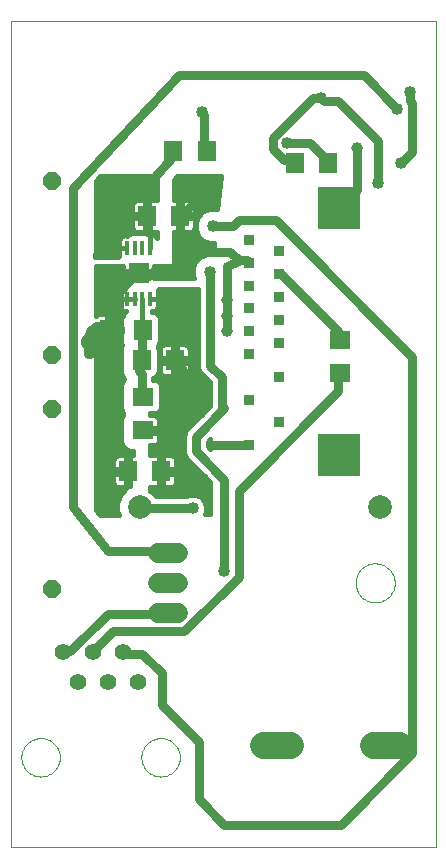
<source format=gbl>
G75*
%MOIN*%
%OFA0B0*%
%FSLAX24Y24*%
%IPPOS*%
%LPD*%
%AMOC8*
5,1,8,0,0,1.08239X$1,22.5*
%
%ADD10C,0.0000*%
%ADD11R,0.0630X0.0710*%
%ADD12R,0.0710X0.0630*%
%ADD13C,0.0787*%
%ADD14R,0.0357X0.0357*%
%ADD15C,0.0886*%
%ADD16R,0.0630X0.0709*%
%ADD17OC8,0.0600*%
%ADD18C,0.0554*%
%ADD19R,0.0157X0.0472*%
%ADD20R,0.0681X0.0701*%
%ADD21R,0.1424X0.1424*%
%ADD22C,0.0660*%
%ADD23C,0.0160*%
%ADD24C,0.0300*%
%ADD25C,0.0400*%
%ADD26C,0.0181*%
%ADD27C,0.0396*%
D10*
X000200Y001920D02*
X000200Y029479D01*
X014374Y029479D01*
X014374Y001920D01*
X000200Y001920D01*
X000560Y004920D02*
X000562Y004970D01*
X000568Y005020D01*
X000578Y005069D01*
X000591Y005118D01*
X000609Y005165D01*
X000630Y005211D01*
X000654Y005254D01*
X000682Y005296D01*
X000713Y005336D01*
X000747Y005373D01*
X000784Y005407D01*
X000824Y005438D01*
X000866Y005466D01*
X000909Y005490D01*
X000955Y005511D01*
X001002Y005529D01*
X001051Y005542D01*
X001100Y005552D01*
X001150Y005558D01*
X001200Y005560D01*
X001250Y005558D01*
X001300Y005552D01*
X001349Y005542D01*
X001398Y005529D01*
X001445Y005511D01*
X001491Y005490D01*
X001534Y005466D01*
X001576Y005438D01*
X001616Y005407D01*
X001653Y005373D01*
X001687Y005336D01*
X001718Y005296D01*
X001746Y005254D01*
X001770Y005211D01*
X001791Y005165D01*
X001809Y005118D01*
X001822Y005069D01*
X001832Y005020D01*
X001838Y004970D01*
X001840Y004920D01*
X001838Y004870D01*
X001832Y004820D01*
X001822Y004771D01*
X001809Y004722D01*
X001791Y004675D01*
X001770Y004629D01*
X001746Y004586D01*
X001718Y004544D01*
X001687Y004504D01*
X001653Y004467D01*
X001616Y004433D01*
X001576Y004402D01*
X001534Y004374D01*
X001491Y004350D01*
X001445Y004329D01*
X001398Y004311D01*
X001349Y004298D01*
X001300Y004288D01*
X001250Y004282D01*
X001200Y004280D01*
X001150Y004282D01*
X001100Y004288D01*
X001051Y004298D01*
X001002Y004311D01*
X000955Y004329D01*
X000909Y004350D01*
X000866Y004374D01*
X000824Y004402D01*
X000784Y004433D01*
X000747Y004467D01*
X000713Y004504D01*
X000682Y004544D01*
X000654Y004586D01*
X000630Y004629D01*
X000609Y004675D01*
X000591Y004722D01*
X000578Y004771D01*
X000568Y004820D01*
X000562Y004870D01*
X000560Y004920D01*
X004560Y004920D02*
X004562Y004970D01*
X004568Y005020D01*
X004578Y005069D01*
X004591Y005118D01*
X004609Y005165D01*
X004630Y005211D01*
X004654Y005254D01*
X004682Y005296D01*
X004713Y005336D01*
X004747Y005373D01*
X004784Y005407D01*
X004824Y005438D01*
X004866Y005466D01*
X004909Y005490D01*
X004955Y005511D01*
X005002Y005529D01*
X005051Y005542D01*
X005100Y005552D01*
X005150Y005558D01*
X005200Y005560D01*
X005250Y005558D01*
X005300Y005552D01*
X005349Y005542D01*
X005398Y005529D01*
X005445Y005511D01*
X005491Y005490D01*
X005534Y005466D01*
X005576Y005438D01*
X005616Y005407D01*
X005653Y005373D01*
X005687Y005336D01*
X005718Y005296D01*
X005746Y005254D01*
X005770Y005211D01*
X005791Y005165D01*
X005809Y005118D01*
X005822Y005069D01*
X005832Y005020D01*
X005838Y004970D01*
X005840Y004920D01*
X005838Y004870D01*
X005832Y004820D01*
X005822Y004771D01*
X005809Y004722D01*
X005791Y004675D01*
X005770Y004629D01*
X005746Y004586D01*
X005718Y004544D01*
X005687Y004504D01*
X005653Y004467D01*
X005616Y004433D01*
X005576Y004402D01*
X005534Y004374D01*
X005491Y004350D01*
X005445Y004329D01*
X005398Y004311D01*
X005349Y004298D01*
X005300Y004288D01*
X005250Y004282D01*
X005200Y004280D01*
X005150Y004282D01*
X005100Y004288D01*
X005051Y004298D01*
X005002Y004311D01*
X004955Y004329D01*
X004909Y004350D01*
X004866Y004374D01*
X004824Y004402D01*
X004784Y004433D01*
X004747Y004467D01*
X004713Y004504D01*
X004682Y004544D01*
X004654Y004586D01*
X004630Y004629D01*
X004609Y004675D01*
X004591Y004722D01*
X004578Y004771D01*
X004568Y004820D01*
X004562Y004870D01*
X004560Y004920D01*
X011702Y010735D02*
X011704Y010785D01*
X011710Y010835D01*
X011720Y010885D01*
X011733Y010933D01*
X011750Y010981D01*
X011771Y011027D01*
X011795Y011071D01*
X011823Y011113D01*
X011854Y011153D01*
X011888Y011190D01*
X011925Y011225D01*
X011964Y011256D01*
X012005Y011285D01*
X012049Y011310D01*
X012095Y011332D01*
X012142Y011350D01*
X012190Y011364D01*
X012239Y011375D01*
X012289Y011382D01*
X012339Y011385D01*
X012390Y011384D01*
X012440Y011379D01*
X012490Y011370D01*
X012538Y011358D01*
X012586Y011341D01*
X012632Y011321D01*
X012677Y011298D01*
X012720Y011271D01*
X012760Y011241D01*
X012798Y011208D01*
X012833Y011172D01*
X012866Y011133D01*
X012895Y011092D01*
X012921Y011049D01*
X012944Y011004D01*
X012963Y010957D01*
X012978Y010909D01*
X012990Y010860D01*
X012998Y010810D01*
X013002Y010760D01*
X013002Y010710D01*
X012998Y010660D01*
X012990Y010610D01*
X012978Y010561D01*
X012963Y010513D01*
X012944Y010466D01*
X012921Y010421D01*
X012895Y010378D01*
X012866Y010337D01*
X012833Y010298D01*
X012798Y010262D01*
X012760Y010229D01*
X012720Y010199D01*
X012677Y010172D01*
X012632Y010149D01*
X012586Y010129D01*
X012538Y010112D01*
X012490Y010100D01*
X012440Y010091D01*
X012390Y010086D01*
X012339Y010085D01*
X012289Y010088D01*
X012239Y010095D01*
X012190Y010106D01*
X012142Y010120D01*
X012095Y010138D01*
X012049Y010160D01*
X012005Y010185D01*
X011964Y010214D01*
X011925Y010245D01*
X011888Y010280D01*
X011854Y010317D01*
X011823Y010357D01*
X011795Y010399D01*
X011771Y010443D01*
X011750Y010489D01*
X011733Y010537D01*
X011720Y010585D01*
X011710Y010635D01*
X011704Y010685D01*
X011702Y010735D01*
D11*
X004611Y019164D03*
X003491Y019164D03*
X005613Y025125D03*
X006733Y025125D03*
X009664Y024724D03*
X010784Y024724D03*
D12*
X011177Y018846D03*
X011177Y017727D03*
X004610Y016941D03*
X004610Y015821D03*
D13*
X004519Y013259D03*
X012519Y013259D03*
D14*
X009141Y016082D03*
X009141Y017601D03*
X009141Y018741D03*
X009141Y019501D03*
X009141Y020261D03*
X009141Y021021D03*
X009141Y021781D03*
X008141Y022161D03*
X008141Y021401D03*
X008141Y020641D03*
X008141Y019881D03*
X008141Y019121D03*
X008141Y018361D03*
X008141Y016842D03*
X008141Y015322D03*
D15*
X008626Y005346D02*
X009511Y005346D01*
X012267Y005346D02*
X013153Y005346D01*
D16*
X005677Y018157D03*
X004574Y018157D03*
X004114Y014456D03*
X005216Y014456D03*
X004748Y022960D03*
X005850Y022960D03*
D17*
X001578Y024141D03*
X001578Y018334D03*
X001578Y016542D03*
X001578Y010535D03*
D18*
X001950Y008420D03*
X002450Y007420D03*
X002950Y008420D03*
X003450Y007420D03*
X003950Y008420D03*
X004450Y007420D03*
D19*
X004336Y020209D03*
X004080Y020209D03*
X004592Y020209D03*
X004848Y020209D03*
X004848Y021907D03*
X004592Y021907D03*
X004336Y021907D03*
X004080Y021907D03*
D20*
X004464Y021058D03*
D21*
X011130Y023231D03*
X011130Y014987D03*
D22*
X005782Y011735D02*
X005122Y011735D01*
X005122Y010735D02*
X005782Y010735D01*
X005782Y009735D02*
X005122Y009735D01*
D23*
X003796Y012983D02*
X003176Y012983D01*
X003035Y013162D01*
X003035Y018696D01*
X003065Y018666D01*
X003107Y018642D01*
X003152Y018630D01*
X003413Y018630D01*
X003413Y019087D01*
X003035Y019087D01*
X003035Y019242D01*
X003413Y019242D01*
X003413Y019087D01*
X003568Y019087D01*
X003568Y018630D01*
X003830Y018630D01*
X003875Y018642D01*
X003911Y018662D01*
X003879Y018587D01*
X003879Y017727D01*
X003937Y017587D01*
X003993Y017531D01*
X003933Y017471D01*
X003875Y017331D01*
X003875Y016550D01*
X003933Y016411D01*
X003962Y016381D01*
X003933Y016351D01*
X003875Y016212D01*
X003875Y015431D01*
X003933Y015291D01*
X004040Y015184D01*
X004179Y015126D01*
X004295Y015126D01*
X004295Y014990D01*
X004191Y014990D01*
X004191Y014533D01*
X004036Y014533D01*
X004036Y014378D01*
X003619Y014378D01*
X003619Y014078D01*
X003631Y014032D01*
X003655Y013991D01*
X003688Y013957D01*
X003729Y013934D01*
X003775Y013921D01*
X004036Y013921D01*
X004036Y014378D01*
X004191Y014378D01*
X004191Y013961D01*
X004081Y013915D01*
X003863Y013697D01*
X003746Y013413D01*
X003746Y013105D01*
X003796Y012983D01*
X003783Y013015D02*
X003150Y013015D01*
X003035Y013174D02*
X003746Y013174D01*
X003746Y013332D02*
X003035Y013332D01*
X003035Y013491D02*
X003778Y013491D01*
X003844Y013649D02*
X003035Y013649D01*
X003035Y013808D02*
X003974Y013808D01*
X004036Y013966D02*
X004191Y013966D01*
X004191Y014125D02*
X004036Y014125D01*
X004036Y014283D02*
X004191Y014283D01*
X004036Y014442D02*
X003035Y014442D01*
X003035Y014600D02*
X003619Y014600D01*
X003619Y014533D02*
X004036Y014533D01*
X004036Y014990D01*
X003775Y014990D01*
X003729Y014978D01*
X003688Y014954D01*
X003655Y014921D01*
X003631Y014880D01*
X003619Y014834D01*
X003619Y014533D01*
X003619Y014759D02*
X003035Y014759D01*
X003035Y014917D02*
X003653Y014917D01*
X003891Y015393D02*
X003035Y015393D01*
X003035Y015551D02*
X003875Y015551D01*
X003875Y015710D02*
X003035Y015710D01*
X003035Y015868D02*
X003875Y015868D01*
X003875Y016027D02*
X003035Y016027D01*
X003035Y016185D02*
X003875Y016185D01*
X003930Y016344D02*
X003035Y016344D01*
X003035Y016502D02*
X003895Y016502D01*
X003875Y016661D02*
X003035Y016661D01*
X003035Y016819D02*
X003875Y016819D01*
X003875Y016978D02*
X003035Y016978D01*
X003035Y017136D02*
X003875Y017136D01*
X003875Y017295D02*
X003035Y017295D01*
X003035Y017453D02*
X003925Y017453D01*
X003927Y017612D02*
X003035Y017612D01*
X003035Y017770D02*
X003879Y017770D01*
X003879Y017929D02*
X003035Y017929D01*
X003035Y018087D02*
X003879Y018087D01*
X003879Y018246D02*
X003035Y018246D01*
X003035Y018404D02*
X003879Y018404D01*
X003879Y018563D02*
X003035Y018563D01*
X003413Y018721D02*
X003568Y018721D01*
X003568Y018880D02*
X003413Y018880D01*
X003413Y019038D02*
X003568Y019038D01*
X003568Y019087D02*
X003568Y019242D01*
X003413Y019242D01*
X003413Y019699D01*
X003152Y019699D01*
X003107Y019687D01*
X003065Y019663D01*
X003035Y019633D01*
X003035Y021290D01*
X003944Y021290D01*
X003944Y021138D01*
X004384Y021138D01*
X004384Y020978D01*
X003944Y020978D01*
X003944Y020684D01*
X003956Y020638D01*
X003965Y020622D01*
X003932Y020613D01*
X003891Y020589D01*
X003858Y020556D01*
X003834Y020515D01*
X003822Y020469D01*
X003822Y020209D01*
X003822Y019949D01*
X003834Y019903D01*
X003858Y019862D01*
X003891Y019829D01*
X003932Y019805D01*
X003978Y019793D01*
X004032Y019793D01*
X003974Y019735D01*
X003936Y019644D01*
X003916Y019663D01*
X003875Y019687D01*
X003830Y019699D01*
X003568Y019699D01*
X003568Y019242D01*
X003916Y019242D01*
X003916Y019087D01*
X003568Y019087D01*
X003568Y019197D02*
X003916Y019197D01*
X003568Y019355D02*
X003413Y019355D01*
X003413Y019197D02*
X003035Y019197D01*
X003035Y019672D02*
X003081Y019672D01*
X003035Y019831D02*
X003889Y019831D01*
X003901Y019672D02*
X003948Y019672D01*
X003822Y019989D02*
X003035Y019989D01*
X003035Y020148D02*
X003822Y020148D01*
X003822Y020209D02*
X004080Y020209D01*
X004080Y020209D01*
X003822Y020209D01*
X003822Y020306D02*
X003035Y020306D01*
X003035Y020465D02*
X003822Y020465D01*
X003964Y020623D02*
X003035Y020623D01*
X003035Y020782D02*
X003944Y020782D01*
X003944Y020940D02*
X003035Y020940D01*
X003035Y021099D02*
X004384Y021099D01*
X004544Y021099D02*
X006270Y021099D01*
X006270Y020995D02*
X006270Y021226D01*
X006359Y021439D01*
X006522Y021602D01*
X006735Y021690D01*
X006937Y021690D01*
X006975Y022050D01*
X005633Y022050D01*
X005633Y022208D02*
X006547Y022208D01*
X006617Y022139D02*
X006830Y022050D01*
X006975Y022050D01*
X006958Y021891D02*
X005633Y021891D01*
X005633Y021733D02*
X006941Y021733D01*
X006617Y022139D02*
X006454Y022302D01*
X006365Y022515D01*
X006365Y022746D01*
X006454Y022959D01*
X006617Y023122D01*
X006830Y023210D01*
X007061Y023210D01*
X007095Y023196D01*
X007208Y024283D01*
X005737Y024283D01*
X005633Y024179D01*
X005633Y023494D01*
X005773Y023494D01*
X005773Y023037D01*
X005927Y023037D01*
X005927Y023494D01*
X006189Y023494D01*
X006234Y023482D01*
X006275Y023458D01*
X006309Y023425D01*
X006333Y023384D01*
X006345Y023338D01*
X006345Y023037D01*
X005927Y023037D01*
X005927Y022882D01*
X005927Y022425D01*
X006189Y022425D01*
X006234Y022438D01*
X006275Y022461D01*
X006309Y022495D01*
X006333Y022536D01*
X006345Y022582D01*
X006345Y022882D01*
X005927Y022882D01*
X005773Y022882D01*
X005773Y022425D01*
X005633Y022425D01*
X005633Y021290D01*
X004985Y021290D01*
X004985Y021138D01*
X004544Y021138D01*
X004544Y020978D01*
X004985Y020978D01*
X004985Y020897D01*
X006311Y020897D01*
X006270Y020995D01*
X006293Y020940D02*
X004985Y020940D01*
X004985Y021257D02*
X006284Y021257D01*
X006349Y021416D02*
X005633Y021416D01*
X005633Y021574D02*
X006494Y021574D01*
X006427Y022367D02*
X005633Y022367D01*
X005773Y022525D02*
X005927Y022525D01*
X005927Y022684D02*
X005773Y022684D01*
X005773Y022842D02*
X005927Y022842D01*
X005927Y023001D02*
X006496Y023001D01*
X006405Y022842D02*
X006345Y022842D01*
X006345Y022684D02*
X006365Y022684D01*
X006365Y022525D02*
X006327Y022525D01*
X006345Y023159D02*
X006707Y023159D01*
X006345Y023318D02*
X007107Y023318D01*
X007124Y023476D02*
X006244Y023476D01*
X005927Y023476D02*
X005773Y023476D01*
X005773Y023318D02*
X005927Y023318D01*
X005927Y023159D02*
X005773Y023159D01*
X005633Y023635D02*
X007140Y023635D01*
X007157Y023793D02*
X005633Y023793D01*
X005633Y023952D02*
X007174Y023952D01*
X007190Y024110D02*
X005633Y024110D01*
X005723Y024269D02*
X007207Y024269D01*
X006460Y020542D02*
X006460Y017898D01*
X006520Y017754D01*
X006840Y017434D01*
X006840Y016617D01*
X006154Y015931D01*
X006045Y015821D01*
X005985Y015678D01*
X005985Y015048D01*
X006045Y014904D01*
X006854Y014095D01*
X006854Y013023D01*
X006673Y013023D01*
X006720Y013138D01*
X006720Y013313D01*
X006653Y013475D01*
X006530Y013598D01*
X006368Y013665D01*
X006193Y013665D01*
X006072Y013615D01*
X005058Y013615D01*
X005057Y013618D01*
X004878Y013796D01*
X004846Y013810D01*
X004846Y013930D01*
X004877Y013921D01*
X005139Y013921D01*
X005139Y014378D01*
X005294Y014378D01*
X005294Y014533D01*
X005711Y014533D01*
X005711Y014834D01*
X005699Y014880D01*
X005675Y014921D01*
X005642Y014954D01*
X005601Y014978D01*
X005555Y014990D01*
X005294Y014990D01*
X005294Y014533D01*
X005139Y014533D01*
X005139Y014990D01*
X004877Y014990D01*
X004846Y014982D01*
X004846Y015326D01*
X004988Y015326D01*
X005034Y015338D01*
X005075Y015362D01*
X005109Y015396D01*
X005132Y015437D01*
X005145Y015483D01*
X005145Y015744D01*
X004846Y015744D01*
X004846Y015899D01*
X005145Y015899D01*
X005145Y016160D01*
X005132Y016206D01*
X005109Y016247D01*
X005075Y016280D01*
X005034Y016304D01*
X004988Y016316D01*
X004846Y016316D01*
X004846Y016386D01*
X005013Y016386D01*
X005101Y016422D01*
X005168Y016490D01*
X005205Y016578D01*
X005205Y017304D01*
X005168Y017392D01*
X005101Y017459D01*
X005013Y017496D01*
X004960Y017496D01*
X004960Y017572D01*
X005025Y017599D01*
X005093Y017666D01*
X005129Y017755D01*
X005129Y018559D01*
X005096Y018640D01*
X005129Y018674D01*
X005166Y018762D01*
X005166Y019567D01*
X005129Y019655D01*
X005062Y019723D01*
X004973Y019759D01*
X004923Y019759D01*
X004923Y019793D01*
X004950Y019793D01*
X004996Y019805D01*
X005037Y019829D01*
X005071Y019862D01*
X005095Y019903D01*
X005107Y019949D01*
X005107Y020209D01*
X004923Y020209D01*
X004923Y020209D01*
X005107Y020209D01*
X005107Y020469D01*
X005106Y020472D01*
X005127Y020493D01*
X005148Y020542D01*
X006460Y020542D01*
X006460Y020465D02*
X005107Y020465D01*
X005107Y020306D02*
X006460Y020306D01*
X006460Y020148D02*
X005107Y020148D01*
X005107Y019989D02*
X006460Y019989D01*
X006460Y019831D02*
X005039Y019831D01*
X005112Y019672D02*
X006460Y019672D01*
X006460Y019514D02*
X005166Y019514D01*
X005166Y019355D02*
X006460Y019355D01*
X006460Y019197D02*
X005166Y019197D01*
X005166Y019038D02*
X006460Y019038D01*
X006460Y018880D02*
X005166Y018880D01*
X005149Y018721D02*
X006460Y018721D01*
X006460Y018563D02*
X006164Y018563D01*
X006159Y018580D02*
X006136Y018621D01*
X006102Y018655D01*
X006061Y018679D01*
X006015Y018691D01*
X005754Y018691D01*
X005754Y018234D01*
X005599Y018234D01*
X005599Y018079D01*
X005182Y018079D01*
X005182Y017779D01*
X005194Y017733D01*
X005218Y017692D01*
X005251Y017658D01*
X005292Y017635D01*
X005338Y017622D01*
X005599Y017622D01*
X005599Y018079D01*
X005754Y018079D01*
X005754Y017622D01*
X006015Y017622D01*
X006061Y017635D01*
X006102Y017658D01*
X006136Y017692D01*
X006159Y017733D01*
X006172Y017779D01*
X006172Y018079D01*
X005754Y018079D01*
X005754Y018234D01*
X006172Y018234D01*
X006172Y018535D01*
X006159Y018580D01*
X006172Y018404D02*
X006460Y018404D01*
X006460Y018246D02*
X006172Y018246D01*
X006172Y017929D02*
X006460Y017929D01*
X006460Y018087D02*
X005754Y018087D01*
X005599Y018087D02*
X005129Y018087D01*
X005182Y018234D02*
X005599Y018234D01*
X005599Y018691D01*
X005338Y018691D01*
X005292Y018679D01*
X005251Y018655D01*
X005218Y018621D01*
X005194Y018580D01*
X005182Y018535D01*
X005182Y018234D01*
X005182Y018246D02*
X005129Y018246D01*
X005129Y018404D02*
X005182Y018404D01*
X005189Y018563D02*
X005128Y018563D01*
X005129Y017929D02*
X005182Y017929D01*
X005184Y017770D02*
X005129Y017770D01*
X005038Y017612D02*
X006662Y017612D01*
X006513Y017770D02*
X006170Y017770D01*
X005754Y017770D02*
X005599Y017770D01*
X005599Y017929D02*
X005754Y017929D01*
X005754Y018246D02*
X005599Y018246D01*
X005599Y018404D02*
X005754Y018404D01*
X005754Y018563D02*
X005599Y018563D01*
X005107Y017453D02*
X006821Y017453D01*
X006840Y017295D02*
X005205Y017295D01*
X005205Y017136D02*
X006840Y017136D01*
X006840Y016978D02*
X005205Y016978D01*
X005205Y016819D02*
X006840Y016819D01*
X006840Y016661D02*
X005205Y016661D01*
X005173Y016502D02*
X006726Y016502D01*
X006567Y016344D02*
X004846Y016344D01*
X005138Y016185D02*
X006409Y016185D01*
X006250Y016027D02*
X005145Y016027D01*
X005145Y015710D02*
X005999Y015710D01*
X005985Y015551D02*
X005145Y015551D01*
X005106Y015393D02*
X005985Y015393D01*
X005985Y015234D02*
X004846Y015234D01*
X004846Y015076D02*
X005985Y015076D01*
X006039Y014917D02*
X005677Y014917D01*
X005711Y014759D02*
X006190Y014759D01*
X006349Y014600D02*
X005711Y014600D01*
X005711Y014378D02*
X005294Y014378D01*
X005294Y013921D01*
X005555Y013921D01*
X005601Y013934D01*
X005642Y013957D01*
X005675Y013991D01*
X005699Y014032D01*
X005711Y014078D01*
X005711Y014378D01*
X005711Y014283D02*
X006666Y014283D01*
X006824Y014125D02*
X005711Y014125D01*
X005651Y013966D02*
X006854Y013966D01*
X006854Y013808D02*
X004850Y013808D01*
X005025Y013649D02*
X006154Y013649D01*
X006406Y013649D02*
X006854Y013649D01*
X006854Y013491D02*
X006637Y013491D01*
X006712Y013332D02*
X006854Y013332D01*
X006854Y013174D02*
X006720Y013174D01*
X006507Y014442D02*
X005294Y014442D01*
X005294Y014600D02*
X005139Y014600D01*
X005139Y014759D02*
X005294Y014759D01*
X005294Y014917D02*
X005139Y014917D01*
X005139Y014283D02*
X005294Y014283D01*
X005294Y014125D02*
X005139Y014125D01*
X005139Y013966D02*
X005294Y013966D01*
X004846Y015868D02*
X006092Y015868D01*
X006765Y015439D02*
X006765Y015287D01*
X006854Y015198D01*
X006854Y015527D01*
X006765Y015439D01*
X006765Y015393D02*
X006854Y015393D01*
X006854Y015234D02*
X006818Y015234D01*
X004295Y015076D02*
X003035Y015076D01*
X003035Y015234D02*
X003989Y015234D01*
X004036Y014917D02*
X004191Y014917D01*
X004191Y014759D02*
X004036Y014759D01*
X004036Y014600D02*
X004191Y014600D01*
X003679Y013966D02*
X003035Y013966D01*
X003035Y014125D02*
X003619Y014125D01*
X003619Y014283D02*
X003035Y014283D01*
X003413Y019514D02*
X003568Y019514D01*
X003568Y019672D02*
X003413Y019672D01*
X003035Y021257D02*
X003944Y021257D01*
X003794Y021605D02*
X002996Y021605D01*
X002996Y021684D01*
X003035Y021684D01*
X003035Y024139D01*
X003170Y024283D01*
X005082Y024283D01*
X005082Y023494D01*
X004825Y023494D01*
X004825Y023037D01*
X004670Y023037D01*
X004670Y022882D01*
X004825Y022882D01*
X004825Y022425D01*
X005082Y022425D01*
X005082Y022234D01*
X005071Y022254D01*
X005037Y022288D01*
X004996Y022311D01*
X004950Y022323D01*
X004848Y022323D01*
X004830Y022323D01*
X004807Y022347D01*
X004719Y022383D01*
X004466Y022383D01*
X004464Y022383D01*
X004463Y022383D01*
X004210Y022383D01*
X004122Y022347D01*
X004098Y022323D01*
X004080Y022323D01*
X003978Y022323D01*
X003932Y022311D01*
X003891Y022288D01*
X003858Y022254D01*
X003834Y022213D01*
X003822Y022167D01*
X003822Y021907D01*
X003822Y021647D01*
X003822Y021645D01*
X003801Y021624D01*
X003794Y021605D01*
X003822Y021733D02*
X003035Y021733D01*
X003035Y021891D02*
X003822Y021891D01*
X003822Y021907D02*
X004017Y021907D01*
X004017Y021907D01*
X003822Y021907D01*
X003822Y022050D02*
X003035Y022050D01*
X003035Y022208D02*
X003833Y022208D01*
X004080Y022306D02*
X004080Y022323D01*
X004080Y022306D01*
X004080Y022306D01*
X004170Y022367D02*
X003035Y022367D01*
X003035Y022525D02*
X004271Y022525D01*
X004265Y022536D02*
X004289Y022495D01*
X004322Y022461D01*
X004363Y022438D01*
X004409Y022425D01*
X004670Y022425D01*
X004670Y022882D01*
X004253Y022882D01*
X004253Y022582D01*
X004265Y022536D01*
X004253Y022684D02*
X003035Y022684D01*
X003035Y022842D02*
X004253Y022842D01*
X004253Y023037D02*
X004670Y023037D01*
X004670Y023494D01*
X004409Y023494D01*
X004363Y023482D01*
X004322Y023458D01*
X004289Y023425D01*
X004265Y023384D01*
X004253Y023338D01*
X004253Y023037D01*
X004253Y023159D02*
X003035Y023159D01*
X003035Y023001D02*
X004670Y023001D01*
X004670Y023159D02*
X004825Y023159D01*
X004825Y023318D02*
X004670Y023318D01*
X004670Y023476D02*
X004825Y023476D01*
X005082Y023635D02*
X003035Y023635D01*
X003035Y023793D02*
X005082Y023793D01*
X005082Y023952D02*
X003035Y023952D01*
X003035Y024110D02*
X005082Y024110D01*
X005082Y024269D02*
X003157Y024269D01*
X003035Y023476D02*
X004354Y023476D01*
X004253Y023318D02*
X003035Y023318D01*
X004670Y022842D02*
X004825Y022842D01*
X004825Y022684D02*
X004670Y022684D01*
X004670Y022525D02*
X004825Y022525D01*
X004759Y022367D02*
X005082Y022367D01*
X004848Y022323D02*
X004848Y022306D01*
X004848Y022323D01*
X004848Y022306D02*
X004848Y022306D01*
D24*
X005045Y021205D02*
X005995Y021205D01*
X006565Y021775D01*
X007515Y021775D01*
X007800Y021490D01*
X007878Y021490D01*
X007405Y021294D01*
X007405Y020149D01*
X007405Y019637D01*
X007405Y019125D01*
X006850Y017975D02*
X007230Y017595D01*
X007230Y016645D01*
X007325Y016550D01*
X006375Y015600D01*
X006375Y015125D01*
X007325Y014175D01*
X007325Y011135D01*
X007800Y010945D02*
X005995Y009140D01*
X003620Y009140D01*
X002955Y008475D01*
X002950Y008420D01*
X002195Y008475D02*
X003430Y009710D01*
X005330Y009710D01*
X005452Y009735D01*
X004570Y008380D02*
X005235Y007715D01*
X005235Y006670D01*
X006470Y005435D01*
X006470Y003535D01*
X007325Y002680D01*
X011220Y002680D01*
X013595Y005055D01*
X013595Y018260D01*
X009035Y022820D01*
X007800Y022820D01*
X007610Y022630D01*
X006945Y022630D01*
X006500Y023613D02*
X005870Y022983D01*
X006500Y023613D02*
X006578Y024007D01*
X006733Y025125D02*
X006660Y025195D01*
X006660Y026335D01*
X006565Y026430D01*
X005805Y027665D02*
X002281Y023905D01*
X002281Y013265D01*
X003430Y011800D01*
X005330Y011800D01*
X005452Y011735D01*
X006280Y013225D02*
X004570Y013225D01*
X004519Y013259D01*
X003193Y016527D02*
X003193Y018735D01*
X002670Y018735D01*
X002670Y018830D01*
X002860Y019020D01*
X002860Y019115D01*
X003050Y019305D01*
X003525Y019305D01*
X003715Y019115D01*
X003715Y018735D01*
X003810Y018735D01*
X003810Y020445D01*
X004285Y020920D01*
X004760Y020920D01*
X005045Y021205D01*
X004611Y019164D02*
X004570Y019115D01*
X004570Y018165D01*
X004574Y018157D01*
X004475Y018070D01*
X004475Y017785D01*
X004570Y017690D01*
X004570Y017025D01*
X004610Y016941D01*
X005689Y018117D02*
X006696Y016920D01*
X006850Y017975D02*
X006850Y021110D01*
X007878Y021490D02*
X008085Y021490D01*
X008141Y021401D01*
X009141Y021021D02*
X009225Y021015D01*
X011125Y019115D01*
X011125Y018925D01*
X011177Y018846D01*
X011177Y017727D02*
X011125Y017690D01*
X011125Y017120D01*
X007800Y013795D01*
X007800Y010945D01*
X008085Y015315D02*
X006850Y015315D01*
X008085Y015315D02*
X008141Y015322D01*
X005689Y018117D02*
X005677Y018157D01*
X003240Y018735D02*
X003240Y019115D01*
X003050Y019115D01*
X003050Y019020D01*
X003145Y018925D01*
X003145Y018830D01*
X003050Y018830D01*
X003050Y018925D01*
X002955Y018925D01*
X002955Y018735D01*
X002765Y018545D01*
X002765Y018355D01*
X002860Y018355D01*
X002860Y018545D01*
X002670Y018735D01*
X003035Y018696D02*
X003050Y018735D01*
X003240Y018735D01*
X005045Y024283D02*
X005045Y024340D01*
X005520Y024815D01*
X005520Y025100D01*
X005613Y025125D01*
X005805Y027665D02*
X011980Y027665D01*
X013081Y026525D01*
X013500Y026810D02*
X013595Y026715D01*
X013595Y025100D01*
X013215Y024720D01*
X012455Y024055D02*
X012455Y025480D01*
X011125Y026810D01*
X010650Y026810D01*
X010555Y026905D01*
X010270Y026905D01*
X008940Y025575D01*
X008940Y025195D01*
X009320Y024815D01*
X009605Y024815D01*
X009664Y024724D01*
X009415Y025385D02*
X010175Y025385D01*
X010745Y024815D01*
X010784Y024724D01*
X011736Y023838D02*
X011130Y023231D01*
X011736Y023838D02*
X011736Y025227D01*
X013500Y026810D02*
X013500Y027095D01*
X004570Y008380D02*
X004000Y008380D01*
X003950Y008420D01*
X002195Y008475D02*
X002005Y008475D01*
X001950Y008420D01*
D25*
X006280Y013225D03*
X007325Y011135D03*
X006850Y021110D03*
X006945Y022630D03*
X006565Y026430D03*
X003961Y022535D03*
X009415Y025385D03*
X010555Y026905D03*
X012455Y024055D03*
X013215Y024720D03*
X013081Y026525D03*
X013500Y027095D03*
D26*
X004848Y022859D02*
X004848Y021907D01*
X004848Y022859D02*
X004748Y022960D01*
X004592Y020209D02*
X004592Y019183D01*
X004611Y019164D01*
X004336Y020209D02*
X004080Y020209D01*
D27*
X003507Y018535D03*
X003193Y016527D03*
X003232Y015936D03*
X003232Y015385D03*
X006696Y016920D03*
X007405Y019125D03*
X007405Y019637D03*
X007405Y020149D03*
X007011Y024007D03*
X006578Y024007D03*
X006106Y024007D03*
X003547Y022983D03*
X003547Y022078D03*
X011736Y025227D03*
M02*

</source>
